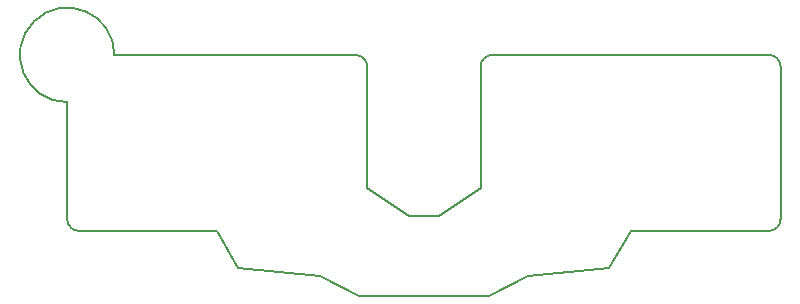
<source format=gbr>
G04 #@! TF.GenerationSoftware,KiCad,Pcbnew,(5.1.10-1-10_14)*
G04 #@! TF.CreationDate,2021-08-18T21:56:21-05:00*
G04 #@! TF.ProjectId,PCB-Keychains,5043422d-4b65-4796-9368-61696e732e6b,rev?*
G04 #@! TF.SameCoordinates,Original*
G04 #@! TF.FileFunction,Profile,NP*
%FSLAX46Y46*%
G04 Gerber Fmt 4.6, Leading zero omitted, Abs format (unit mm)*
G04 Created by KiCad (PCBNEW (5.1.10-1-10_14)) date 2021-08-18 21:56:21*
%MOMM*%
%LPD*%
G01*
G04 APERTURE LIST*
G04 #@! TA.AperFunction,Profile*
%ADD10C,0.150000*%
G04 #@! TD*
G04 APERTURE END LIST*
D10*
X281100000Y-112800000D02*
G75*
G03*
X280100000Y-111800000I-1000000J0D01*
G01*
X245400000Y-132200000D02*
X256400000Y-132200000D01*
X252200000Y-125400000D02*
X249600000Y-125400000D01*
X220700000Y-115800000D02*
G75*
G02*
X224700000Y-111800000I0J4000000D01*
G01*
X255700000Y-112800000D02*
X255700000Y-123100000D01*
X255700000Y-123100000D02*
X252200000Y-125400000D01*
X256400000Y-132200000D02*
X259700000Y-130500000D01*
X268400000Y-126700000D02*
X280100000Y-126700000D01*
X281100000Y-125700000D02*
X281100000Y-112800000D01*
X280100000Y-111800000D02*
X256700000Y-111800000D01*
X280100000Y-126700000D02*
G75*
G03*
X281100000Y-125700000I0J1000000D01*
G01*
X256700000Y-111800000D02*
G75*
G03*
X255700000Y-112800000I0J-1000000D01*
G01*
X221700000Y-126700000D02*
G75*
G02*
X220700000Y-125700000I0J1000000D01*
G01*
X245100000Y-111800000D02*
G75*
G02*
X246100000Y-112800000I0J-1000000D01*
G01*
X266600000Y-129800000D02*
X268400000Y-126700000D01*
X259700000Y-130500000D02*
X266600000Y-129800000D01*
X245400000Y-132200000D02*
X242100000Y-130500000D01*
X233400000Y-126700000D02*
X221700000Y-126700000D01*
X220700000Y-125700000D02*
X220700000Y-115800000D01*
X235200000Y-129800000D02*
X233400000Y-126700000D01*
X242100000Y-130500000D02*
X235200000Y-129800000D01*
X224700000Y-111800000D02*
X245100000Y-111800000D01*
X246100000Y-112800000D02*
X246100000Y-123100000D01*
X246100000Y-123100000D02*
X249600000Y-125400000D01*
M02*

</source>
